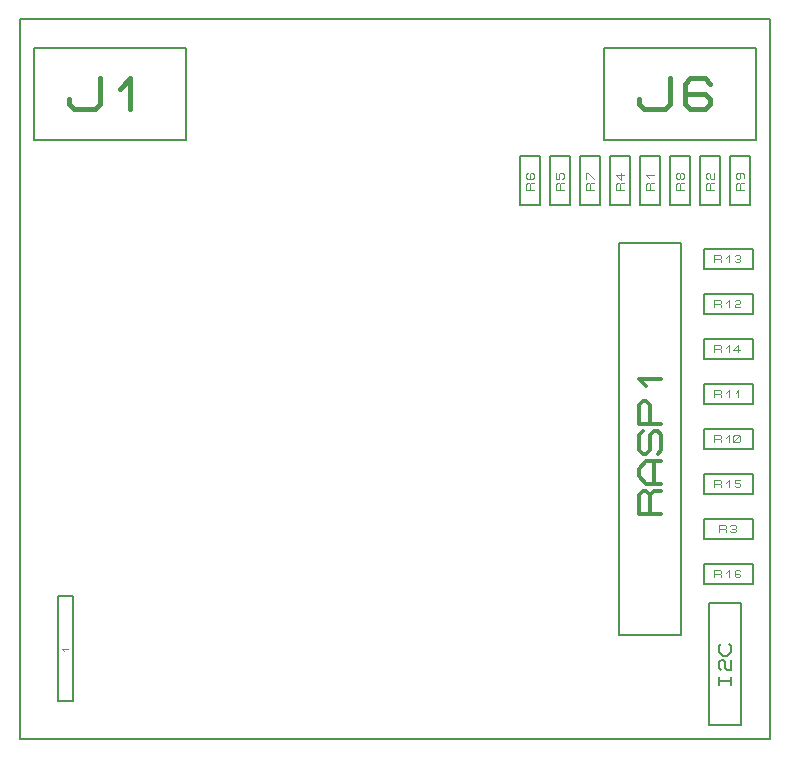
<source format=gbr>
G04 PROTEUS RS274X GERBER FILE*
%FSLAX45Y45*%
%MOMM*%
G01*
%ADD18C,0.203200*%
%ADD22C,0.430100*%
%ADD23C,0.316990*%
%ADD24C,0.164590*%
%ADD25C,0.100580*%
%ADD26C,0.076200*%
D18*
X+0Y-6096000D02*
X+6350000Y-6096000D01*
X+6350000Y+0D01*
X+0Y+0D01*
X+0Y-6096000D01*
X+116840Y-1026160D02*
X+1407160Y-1026160D01*
X+1407160Y-243840D01*
X+116840Y-243840D01*
X+116840Y-1026160D01*
D22*
X+417916Y-678011D02*
X+417916Y-721022D01*
X+460926Y-764032D01*
X+632968Y-764032D01*
X+675979Y-721022D01*
X+675979Y-505969D01*
X+848021Y-591990D02*
X+934042Y-505969D01*
X+934042Y-764032D01*
D18*
X+4942840Y-1026160D02*
X+6233160Y-1026160D01*
X+6233160Y-243840D01*
X+4942840Y-243840D01*
X+4942840Y-1026160D01*
D22*
X+5243916Y-678011D02*
X+5243916Y-721022D01*
X+5286926Y-764032D01*
X+5458968Y-764032D01*
X+5501979Y-721022D01*
X+5501979Y-505969D01*
X+5846063Y-548979D02*
X+5803052Y-505969D01*
X+5674021Y-505969D01*
X+5631010Y-548979D01*
X+5631010Y-721022D01*
X+5674021Y-764032D01*
X+5803052Y-764032D01*
X+5846063Y-721022D01*
X+5846063Y-678011D01*
X+5803052Y-635000D01*
X+5631010Y-635000D01*
D18*
X+5069840Y-5217160D02*
X+5598160Y-5217160D01*
X+5598160Y-1894840D01*
X+5069840Y-1894840D01*
X+5069840Y-5217160D01*
D23*
X+5429098Y-4189982D02*
X+5238903Y-4189982D01*
X+5238903Y-4031487D01*
X+5270602Y-3999788D01*
X+5302301Y-3999788D01*
X+5334000Y-4031487D01*
X+5334000Y-4189982D01*
X+5334000Y-4031487D02*
X+5365700Y-3999788D01*
X+5429098Y-3999788D01*
X+5429098Y-3936389D02*
X+5302301Y-3936389D01*
X+5238903Y-3872991D01*
X+5238903Y-3809593D01*
X+5302301Y-3746195D01*
X+5429098Y-3746195D01*
X+5365700Y-3936389D02*
X+5365700Y-3746195D01*
X+5397399Y-3682796D02*
X+5429098Y-3651097D01*
X+5429098Y-3524301D01*
X+5397399Y-3492602D01*
X+5365700Y-3492602D01*
X+5334000Y-3524301D01*
X+5334000Y-3651097D01*
X+5302301Y-3682796D01*
X+5270602Y-3682796D01*
X+5238903Y-3651097D01*
X+5238903Y-3524301D01*
X+5270602Y-3492602D01*
X+5429098Y-3429203D02*
X+5238903Y-3429203D01*
X+5238903Y-3270708D01*
X+5270602Y-3239009D01*
X+5302301Y-3239009D01*
X+5334000Y-3270708D01*
X+5334000Y-3429203D01*
X+5302301Y-3112212D02*
X+5238903Y-3048814D01*
X+5429098Y-3048814D01*
D18*
X+5831840Y-5979160D02*
X+6106160Y-5979160D01*
X+6106160Y-4942840D01*
X+5831840Y-4942840D01*
X+5831840Y-5979160D01*
D24*
X+5919623Y-5642050D02*
X+5919623Y-5576214D01*
X+5919623Y-5609132D02*
X+6018378Y-5609132D01*
X+6018378Y-5642050D02*
X+6018378Y-5576214D01*
X+5936082Y-5510377D02*
X+5919623Y-5493918D01*
X+5919623Y-5444541D01*
X+5936082Y-5428082D01*
X+5952541Y-5428082D01*
X+5969000Y-5444541D01*
X+5969000Y-5493918D01*
X+5985460Y-5510377D01*
X+6018378Y-5510377D01*
X+6018378Y-5428082D01*
X+6001919Y-5296409D02*
X+6018378Y-5312868D01*
X+6018378Y-5362245D01*
X+5985460Y-5395163D01*
X+5952541Y-5395163D01*
X+5919623Y-5362245D01*
X+5919623Y-5312868D01*
X+5936082Y-5296409D01*
D18*
X+5250180Y-1574800D02*
X+5417820Y-1574800D01*
X+5417820Y-1158240D01*
X+5250180Y-1158240D01*
X+5250180Y-1574800D01*
D25*
X+5364176Y-1446987D02*
X+5303825Y-1446987D01*
X+5303825Y-1396696D01*
X+5313884Y-1386637D01*
X+5323942Y-1386637D01*
X+5334000Y-1396696D01*
X+5334000Y-1446987D01*
X+5334000Y-1396696D02*
X+5344059Y-1386637D01*
X+5364176Y-1386637D01*
X+5323942Y-1346404D02*
X+5303825Y-1326287D01*
X+5364176Y-1326287D01*
D18*
X+5758180Y-1574800D02*
X+5925820Y-1574800D01*
X+5925820Y-1158240D01*
X+5758180Y-1158240D01*
X+5758180Y-1574800D01*
D25*
X+5872176Y-1446987D02*
X+5811825Y-1446987D01*
X+5811825Y-1396696D01*
X+5821884Y-1386637D01*
X+5831942Y-1386637D01*
X+5842000Y-1396696D01*
X+5842000Y-1446987D01*
X+5842000Y-1396696D02*
X+5852059Y-1386637D01*
X+5872176Y-1386637D01*
X+5821884Y-1356462D02*
X+5811825Y-1346404D01*
X+5811825Y-1316229D01*
X+5821884Y-1306170D01*
X+5831942Y-1306170D01*
X+5842000Y-1316229D01*
X+5842000Y-1346404D01*
X+5852059Y-1356462D01*
X+5872176Y-1356462D01*
X+5872176Y-1306170D01*
D18*
X+4996180Y-1574800D02*
X+5163820Y-1574800D01*
X+5163820Y-1158240D01*
X+4996180Y-1158240D01*
X+4996180Y-1574800D01*
D25*
X+5110176Y-1446987D02*
X+5049825Y-1446987D01*
X+5049825Y-1396696D01*
X+5059884Y-1386637D01*
X+5069942Y-1386637D01*
X+5080000Y-1396696D01*
X+5080000Y-1446987D01*
X+5080000Y-1396696D02*
X+5090059Y-1386637D01*
X+5110176Y-1386637D01*
X+5090059Y-1306170D02*
X+5090059Y-1366520D01*
X+5049825Y-1326287D01*
X+5110176Y-1326287D01*
D18*
X+4488180Y-1574800D02*
X+4655820Y-1574800D01*
X+4655820Y-1158240D01*
X+4488180Y-1158240D01*
X+4488180Y-1574800D01*
D25*
X+4602176Y-1446987D02*
X+4541825Y-1446987D01*
X+4541825Y-1396696D01*
X+4551884Y-1386637D01*
X+4561942Y-1386637D01*
X+4572000Y-1396696D01*
X+4572000Y-1446987D01*
X+4572000Y-1396696D02*
X+4582059Y-1386637D01*
X+4602176Y-1386637D01*
X+4541825Y-1306170D02*
X+4541825Y-1356462D01*
X+4561942Y-1356462D01*
X+4561942Y-1316229D01*
X+4572000Y-1306170D01*
X+4592117Y-1306170D01*
X+4602176Y-1316229D01*
X+4602176Y-1346404D01*
X+4592117Y-1356462D01*
D18*
X+4234180Y-1574800D02*
X+4401820Y-1574800D01*
X+4401820Y-1158240D01*
X+4234180Y-1158240D01*
X+4234180Y-1574800D01*
D25*
X+4348176Y-1446987D02*
X+4287825Y-1446987D01*
X+4287825Y-1396696D01*
X+4297884Y-1386637D01*
X+4307942Y-1386637D01*
X+4318000Y-1396696D01*
X+4318000Y-1446987D01*
X+4318000Y-1396696D02*
X+4328059Y-1386637D01*
X+4348176Y-1386637D01*
X+4297884Y-1306170D02*
X+4287825Y-1316229D01*
X+4287825Y-1346404D01*
X+4297884Y-1356462D01*
X+4338117Y-1356462D01*
X+4348176Y-1346404D01*
X+4348176Y-1316229D01*
X+4338117Y-1306170D01*
X+4328059Y-1306170D01*
X+4318000Y-1316229D01*
X+4318000Y-1356462D01*
D18*
X+4742180Y-1574800D02*
X+4909820Y-1574800D01*
X+4909820Y-1158240D01*
X+4742180Y-1158240D01*
X+4742180Y-1574800D01*
D25*
X+4856176Y-1446987D02*
X+4795825Y-1446987D01*
X+4795825Y-1396696D01*
X+4805884Y-1386637D01*
X+4815942Y-1386637D01*
X+4826000Y-1396696D01*
X+4826000Y-1446987D01*
X+4826000Y-1396696D02*
X+4836059Y-1386637D01*
X+4856176Y-1386637D01*
X+4795825Y-1356462D02*
X+4795825Y-1306170D01*
X+4805884Y-1306170D01*
X+4856176Y-1356462D01*
D18*
X+5504180Y-1574800D02*
X+5671820Y-1574800D01*
X+5671820Y-1158240D01*
X+5504180Y-1158240D01*
X+5504180Y-1574800D01*
D25*
X+5618176Y-1446987D02*
X+5557825Y-1446987D01*
X+5557825Y-1396696D01*
X+5567884Y-1386637D01*
X+5577942Y-1386637D01*
X+5588000Y-1396696D01*
X+5588000Y-1446987D01*
X+5588000Y-1396696D02*
X+5598059Y-1386637D01*
X+5618176Y-1386637D01*
X+5588000Y-1346404D02*
X+5577942Y-1356462D01*
X+5567884Y-1356462D01*
X+5557825Y-1346404D01*
X+5557825Y-1316229D01*
X+5567884Y-1306170D01*
X+5577942Y-1306170D01*
X+5588000Y-1316229D01*
X+5588000Y-1346404D01*
X+5598059Y-1356462D01*
X+5608117Y-1356462D01*
X+5618176Y-1346404D01*
X+5618176Y-1316229D01*
X+5608117Y-1306170D01*
X+5598059Y-1306170D01*
X+5588000Y-1316229D01*
D18*
X+6012180Y-1574800D02*
X+6179820Y-1574800D01*
X+6179820Y-1158240D01*
X+6012180Y-1158240D01*
X+6012180Y-1574800D01*
D25*
X+6126176Y-1446987D02*
X+6065825Y-1446987D01*
X+6065825Y-1396696D01*
X+6075884Y-1386637D01*
X+6085942Y-1386637D01*
X+6096000Y-1396696D01*
X+6096000Y-1446987D01*
X+6096000Y-1396696D02*
X+6106059Y-1386637D01*
X+6126176Y-1386637D01*
X+6085942Y-1306170D02*
X+6096000Y-1316229D01*
X+6096000Y-1346404D01*
X+6085942Y-1356462D01*
X+6075884Y-1356462D01*
X+6065825Y-1346404D01*
X+6065825Y-1316229D01*
X+6075884Y-1306170D01*
X+6116117Y-1306170D01*
X+6126176Y-1316229D01*
X+6126176Y-1346404D01*
D18*
X+5791200Y-4401820D02*
X+6207760Y-4401820D01*
X+6207760Y-4234180D01*
X+5791200Y-4234180D01*
X+5791200Y-4401820D01*
D25*
X+5919013Y-4348176D02*
X+5919013Y-4287825D01*
X+5969304Y-4287825D01*
X+5979363Y-4297884D01*
X+5979363Y-4307942D01*
X+5969304Y-4318000D01*
X+5919013Y-4318000D01*
X+5969304Y-4318000D02*
X+5979363Y-4328059D01*
X+5979363Y-4348176D01*
X+6009538Y-4297884D02*
X+6019596Y-4287825D01*
X+6049771Y-4287825D01*
X+6059830Y-4297884D01*
X+6059830Y-4307942D01*
X+6049771Y-4318000D01*
X+6059830Y-4328059D01*
X+6059830Y-4338117D01*
X+6049771Y-4348176D01*
X+6019596Y-4348176D01*
X+6009538Y-4338117D01*
X+6029655Y-4318000D02*
X+6049771Y-4318000D01*
D18*
X+5791200Y-3639820D02*
X+6207760Y-3639820D01*
X+6207760Y-3472180D01*
X+5791200Y-3472180D01*
X+5791200Y-3639820D01*
D25*
X+5878780Y-3586176D02*
X+5878780Y-3525825D01*
X+5929071Y-3525825D01*
X+5939130Y-3535884D01*
X+5939130Y-3545942D01*
X+5929071Y-3556000D01*
X+5878780Y-3556000D01*
X+5929071Y-3556000D02*
X+5939130Y-3566059D01*
X+5939130Y-3586176D01*
X+5979363Y-3545942D02*
X+5999480Y-3525825D01*
X+5999480Y-3586176D01*
X+6039714Y-3576117D02*
X+6039714Y-3535884D01*
X+6049772Y-3525825D01*
X+6090005Y-3525825D01*
X+6100064Y-3535884D01*
X+6100064Y-3576117D01*
X+6090005Y-3586176D01*
X+6049772Y-3586176D01*
X+6039714Y-3576117D01*
X+6039714Y-3586176D02*
X+6100064Y-3525825D01*
D18*
X+5791200Y-3258820D02*
X+6207760Y-3258820D01*
X+6207760Y-3091180D01*
X+5791200Y-3091180D01*
X+5791200Y-3258820D01*
D25*
X+5878780Y-3205176D02*
X+5878780Y-3144825D01*
X+5929071Y-3144825D01*
X+5939130Y-3154884D01*
X+5939130Y-3164942D01*
X+5929071Y-3175000D01*
X+5878780Y-3175000D01*
X+5929071Y-3175000D02*
X+5939130Y-3185059D01*
X+5939130Y-3205176D01*
X+5979363Y-3164942D02*
X+5999480Y-3144825D01*
X+5999480Y-3205176D01*
X+6059830Y-3164942D02*
X+6079947Y-3144825D01*
X+6079947Y-3205176D01*
D18*
X+5791200Y-2496820D02*
X+6207760Y-2496820D01*
X+6207760Y-2329180D01*
X+5791200Y-2329180D01*
X+5791200Y-2496820D01*
D25*
X+5878780Y-2443176D02*
X+5878780Y-2382825D01*
X+5929071Y-2382825D01*
X+5939130Y-2392884D01*
X+5939130Y-2402942D01*
X+5929071Y-2413000D01*
X+5878780Y-2413000D01*
X+5929071Y-2413000D02*
X+5939130Y-2423059D01*
X+5939130Y-2443176D01*
X+5979363Y-2402942D02*
X+5999480Y-2382825D01*
X+5999480Y-2443176D01*
X+6049772Y-2392884D02*
X+6059830Y-2382825D01*
X+6090005Y-2382825D01*
X+6100064Y-2392884D01*
X+6100064Y-2402942D01*
X+6090005Y-2413000D01*
X+6059830Y-2413000D01*
X+6049772Y-2423059D01*
X+6049772Y-2443176D01*
X+6100064Y-2443176D01*
D18*
X+5791200Y-2115820D02*
X+6207760Y-2115820D01*
X+6207760Y-1948180D01*
X+5791200Y-1948180D01*
X+5791200Y-2115820D01*
D25*
X+5878780Y-2062176D02*
X+5878780Y-2001825D01*
X+5929071Y-2001825D01*
X+5939130Y-2011884D01*
X+5939130Y-2021942D01*
X+5929071Y-2032000D01*
X+5878780Y-2032000D01*
X+5929071Y-2032000D02*
X+5939130Y-2042059D01*
X+5939130Y-2062176D01*
X+5979363Y-2021942D02*
X+5999480Y-2001825D01*
X+5999480Y-2062176D01*
X+6049772Y-2011884D02*
X+6059830Y-2001825D01*
X+6090005Y-2001825D01*
X+6100064Y-2011884D01*
X+6100064Y-2021942D01*
X+6090005Y-2032000D01*
X+6100064Y-2042059D01*
X+6100064Y-2052117D01*
X+6090005Y-2062176D01*
X+6059830Y-2062176D01*
X+6049772Y-2052117D01*
X+6069889Y-2032000D02*
X+6090005Y-2032000D01*
D18*
X+5791200Y-2877820D02*
X+6207760Y-2877820D01*
X+6207760Y-2710180D01*
X+5791200Y-2710180D01*
X+5791200Y-2877820D01*
D25*
X+5878780Y-2824176D02*
X+5878780Y-2763825D01*
X+5929071Y-2763825D01*
X+5939130Y-2773884D01*
X+5939130Y-2783942D01*
X+5929071Y-2794000D01*
X+5878780Y-2794000D01*
X+5929071Y-2794000D02*
X+5939130Y-2804059D01*
X+5939130Y-2824176D01*
X+5979363Y-2783942D02*
X+5999480Y-2763825D01*
X+5999480Y-2824176D01*
X+6100064Y-2804059D02*
X+6039714Y-2804059D01*
X+6079947Y-2763825D01*
X+6079947Y-2824176D01*
D18*
X+5791200Y-4020820D02*
X+6207760Y-4020820D01*
X+6207760Y-3853180D01*
X+5791200Y-3853180D01*
X+5791200Y-4020820D01*
D25*
X+5878780Y-3967176D02*
X+5878780Y-3906825D01*
X+5929071Y-3906825D01*
X+5939130Y-3916884D01*
X+5939130Y-3926942D01*
X+5929071Y-3937000D01*
X+5878780Y-3937000D01*
X+5929071Y-3937000D02*
X+5939130Y-3947059D01*
X+5939130Y-3967176D01*
X+5979363Y-3926942D02*
X+5999480Y-3906825D01*
X+5999480Y-3967176D01*
X+6100064Y-3906825D02*
X+6049772Y-3906825D01*
X+6049772Y-3926942D01*
X+6090005Y-3926942D01*
X+6100064Y-3937000D01*
X+6100064Y-3957117D01*
X+6090005Y-3967176D01*
X+6059830Y-3967176D01*
X+6049772Y-3957117D01*
D18*
X+5791200Y-4782820D02*
X+6207760Y-4782820D01*
X+6207760Y-4615180D01*
X+5791200Y-4615180D01*
X+5791200Y-4782820D01*
D25*
X+5878780Y-4729176D02*
X+5878780Y-4668825D01*
X+5929071Y-4668825D01*
X+5939130Y-4678884D01*
X+5939130Y-4688942D01*
X+5929071Y-4699000D01*
X+5878780Y-4699000D01*
X+5929071Y-4699000D02*
X+5939130Y-4709059D01*
X+5939130Y-4729176D01*
X+5979363Y-4688942D02*
X+5999480Y-4668825D01*
X+5999480Y-4729176D01*
X+6100064Y-4678884D02*
X+6090005Y-4668825D01*
X+6059830Y-4668825D01*
X+6049772Y-4678884D01*
X+6049772Y-4719117D01*
X+6059830Y-4729176D01*
X+6090005Y-4729176D01*
X+6100064Y-4719117D01*
X+6100064Y-4709059D01*
X+6090005Y-4699000D01*
X+6049772Y-4699000D01*
D18*
X+317500Y-5778500D02*
X+444500Y-5778500D01*
X+444500Y-4889500D01*
X+317500Y-4889500D01*
X+317500Y-5778500D01*
D26*
X+373380Y-5349240D02*
X+358140Y-5334000D01*
X+403860Y-5334000D01*
M02*

</source>
